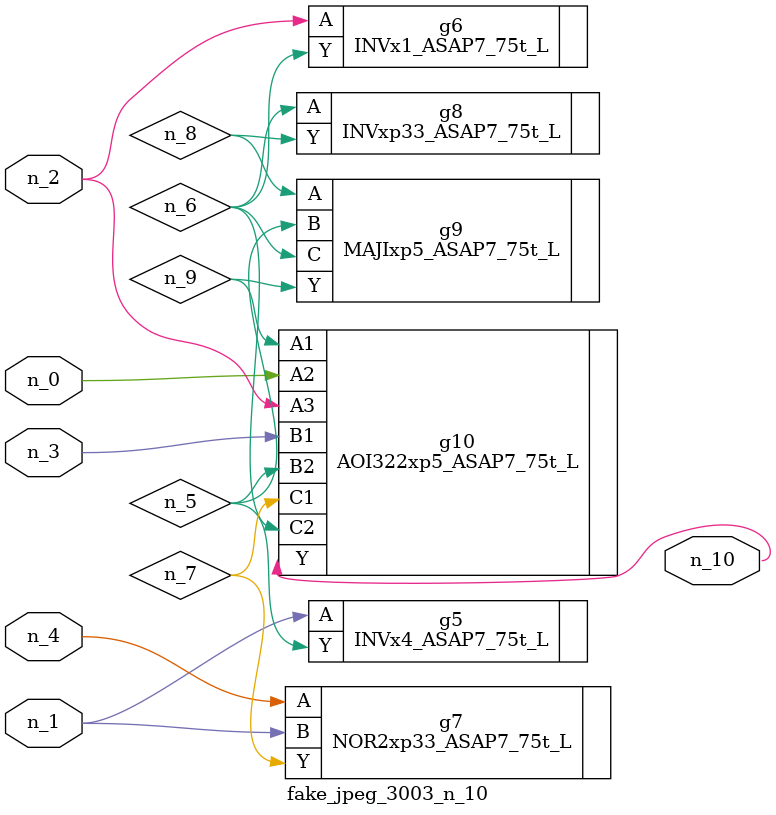
<source format=v>
module fake_jpeg_3003_n_10 (n_3, n_2, n_1, n_0, n_4, n_10);

input n_3;
input n_2;
input n_1;
input n_0;
input n_4;

output n_10;

wire n_8;
wire n_9;
wire n_6;
wire n_5;
wire n_7;

INVx4_ASAP7_75t_L g5 ( 
.A(n_1),
.Y(n_5)
);

INVx1_ASAP7_75t_L g6 ( 
.A(n_2),
.Y(n_6)
);

NOR2xp33_ASAP7_75t_L g7 ( 
.A(n_4),
.B(n_1),
.Y(n_7)
);

INVxp33_ASAP7_75t_L g8 ( 
.A(n_6),
.Y(n_8)
);

MAJIxp5_ASAP7_75t_L g9 ( 
.A(n_8),
.B(n_5),
.C(n_6),
.Y(n_9)
);

AOI322xp5_ASAP7_75t_L g10 ( 
.A1(n_9),
.A2(n_0),
.A3(n_2),
.B1(n_3),
.B2(n_5),
.C1(n_7),
.C2(n_6),
.Y(n_10)
);


endmodule
</source>
